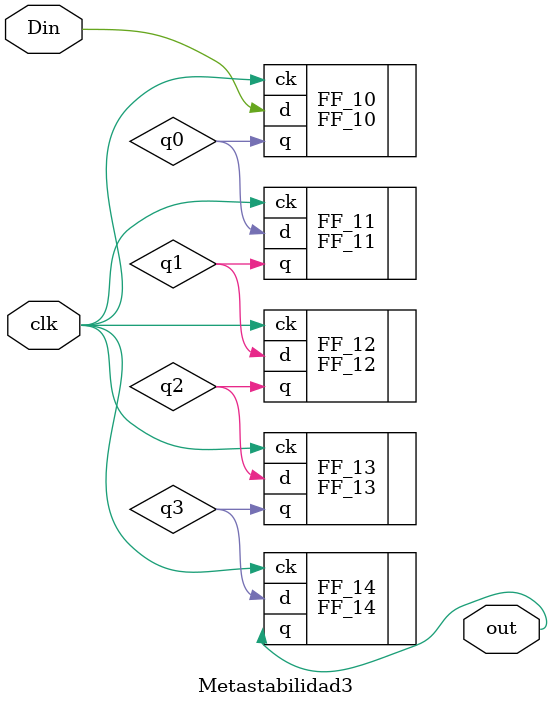
<source format=v>
`timescale 1ns / 1ps

module Metastabilidad3(//modulo para evitar los efectos del rebote del pulsador
    input Din,			    //Declaracion de entradas y salidas
    input clk,			    //el modulo consiste en flipflops tipo D en cascada
	 output out
    );


wire q0,q1,q2,q3;

FF_10 FF_10 (        //FlipFlop 0
    .ck(clk), 
    .d(Din), 
    .q(q0)
    );

FF_11 FF_11 (			//FlipFlop 1
    .ck(clk), 
    .d(q0), 
    .q(q1)
    );

FF_12 FF_12 (			//FlipFlop 2
    .ck(clk), 
    .d(q1), 
    .q(q2)
    );

FF_13 FF_13 (			//FlipFlop 3
    .ck(clk), 
    .d(q2), 
    .q(q3)
    );

FF_14 FF_14 (			//FlipFlop 4
    .ck(clk), 
    .d(q3), 
    .q(out)
    );



endmodule

</source>
